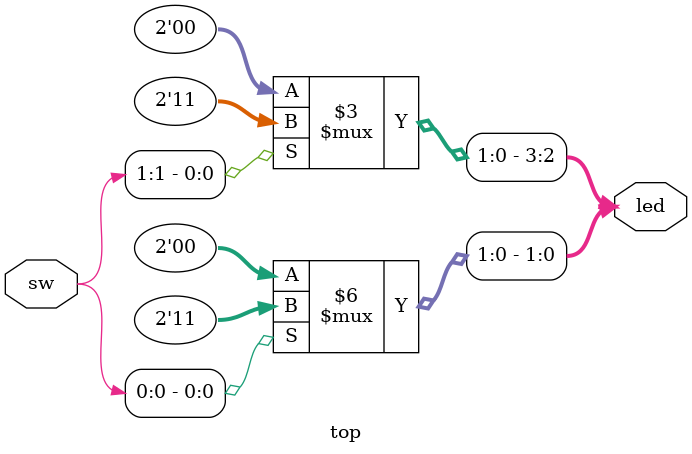
<source format=sv>
module top (
    input wire logic [1:0] sw,
    output logic [3:0] led
);

always_comb begin
    if (sw[0]) begin
        led[1:0] = 2'b11;
    end else begin
        led[1:0] = 2'b00;
    end

    if (sw[1]) begin
        led[3:2] = 2'b11;
    end else begin
        led[3:2] = 2'b00;
    end
end

endmodule

</source>
